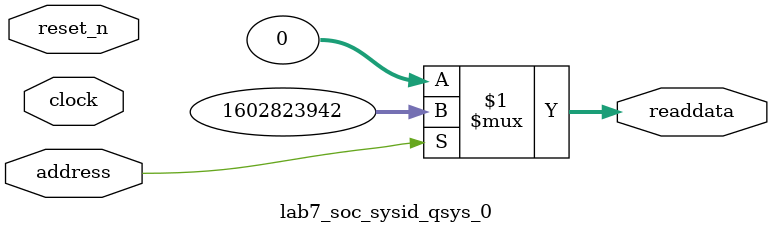
<source format=v>



// synthesis translate_off
`timescale 1ns / 1ps
// synthesis translate_on

// turn off superfluous verilog processor warnings 
// altera message_level Level1 
// altera message_off 10034 10035 10036 10037 10230 10240 10030 

module lab7_soc_sysid_qsys_0 (
               // inputs:
                address,
                clock,
                reset_n,

               // outputs:
                readdata
             )
;

  output  [ 31: 0] readdata;
  input            address;
  input            clock;
  input            reset_n;

  wire    [ 31: 0] readdata;
  //control_slave, which is an e_avalon_slave
  assign readdata = address ? 1602823942 : 0;

endmodule



</source>
